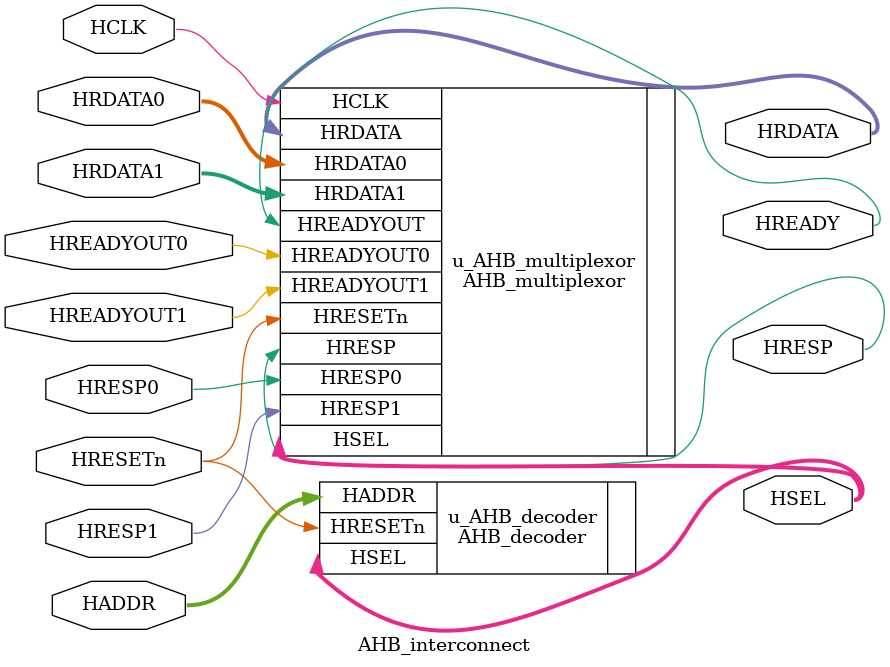
<source format=v>
`timescale 1ns / 1ps

module AHB_interconnect #(
    parameter ADDR_WIDTH = 32,
    parameter DATA_WIDTH = 32
)(
    input  wire HCLK,
    input  wire HRESETn,
    input  wire [ADDR_WIDTH -1:0] HADDR,
    input  wire [DATA_WIDTH-1:0] HRDATA0,
    input  wire HRESP0,
    input  wire HREADYOUT0,
    input  wire [DATA_WIDTH-1:0] HRDATA1,
    input  wire HRESP1,
    input  wire HREADYOUT1,

    output wire [DATA_WIDTH-1:0] HRDATA,
    output wire HRESP,
    output wire [1:0] HSEL,
    output wire HREADY
);

AHB_decoder #(
    .ADDR_WIDTH(ADDR_WIDTH)
) u_AHB_decoder (
    .HRESETn(HRESETn),
    .HADDR(HADDR),
    .HSEL(HSEL)
);

AHB_multiplexor #(
    .DATA_WIDTH(DATA_WIDTH)
) u_AHB_multiplexor (
    .HCLK(HCLK), 
    .HRESETn(HRESETn),
    .HSEL(HSEL),
    .HRDATA0(HRDATA0),
    .HRESP0(HRESP0),
    .HREADYOUT0(HREADYOUT0),
    .HRDATA1(HRDATA1),
    .HRESP1(HRESP1),
    .HREADYOUT1(HREADYOUT1),
    .HRDATA(HRDATA),
    .HRESP(HRESP),
    .HREADYOUT(HREADY)
);

endmodule

</source>
